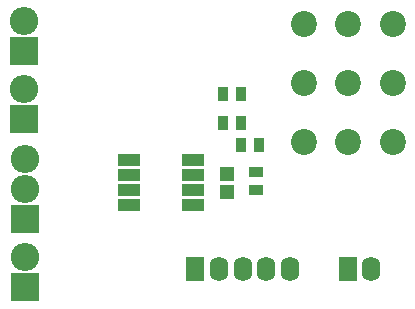
<source format=gbs>
G04 #@! TF.FileFunction,Soldermask,Bot*
%FSLAX46Y46*%
G04 Gerber Fmt 4.6, Leading zero omitted, Abs format (unit mm)*
G04 Created by KiCad (PCBNEW 4.0.4-1.fc24-product) date Thu Mar  1 09:38:40 2018*
%MOMM*%
%LPD*%
G01*
G04 APERTURE LIST*
%ADD10C,0.100000*%
%ADD11R,0.900000X1.300000*%
%ADD12R,1.150000X1.200000*%
%ADD13R,1.300000X0.900000*%
%ADD14R,1.950000X1.000000*%
%ADD15C,2.200000*%
%ADD16R,1.600000X2.100000*%
%ADD17O,1.600000X2.100000*%
%ADD18O,2.398980X2.398980*%
%ADD19R,2.398980X2.398980*%
G04 APERTURE END LIST*
D10*
D11*
X148250000Y-90300000D03*
X146750000Y-90300000D03*
D12*
X145600000Y-94300000D03*
X145600000Y-92800000D03*
D13*
X148000000Y-94150000D03*
X148000000Y-92650000D03*
D14*
X137300000Y-95405000D03*
X137300000Y-94135000D03*
X137300000Y-92865000D03*
X137300000Y-91595000D03*
X142700000Y-91595000D03*
X142700000Y-92865000D03*
X142700000Y-94135000D03*
X142700000Y-95405000D03*
D15*
X159600000Y-80100000D03*
X155850000Y-80100000D03*
X152100000Y-80100000D03*
X159600000Y-85100000D03*
X155850000Y-85100000D03*
X152100000Y-85100000D03*
X152100000Y-90100000D03*
X155850000Y-90100000D03*
X159600000Y-90100000D03*
D16*
X155800000Y-100800000D03*
D17*
X157800000Y-100800000D03*
D16*
X142900000Y-100800000D03*
D17*
X144900000Y-100800000D03*
X146900000Y-100800000D03*
X148900000Y-100800000D03*
X150900000Y-100800000D03*
D18*
X128405024Y-85573844D03*
D19*
X128405024Y-88113844D03*
D18*
X128500000Y-91500000D03*
D19*
X128500000Y-96580000D03*
D18*
X128500000Y-94040000D03*
X128400000Y-79860000D03*
D19*
X128400000Y-82400000D03*
D18*
X128500000Y-99860000D03*
D19*
X128500000Y-102400000D03*
D11*
X145250000Y-86000000D03*
X146750000Y-86000000D03*
X145250000Y-88500000D03*
X146750000Y-88500000D03*
M02*

</source>
